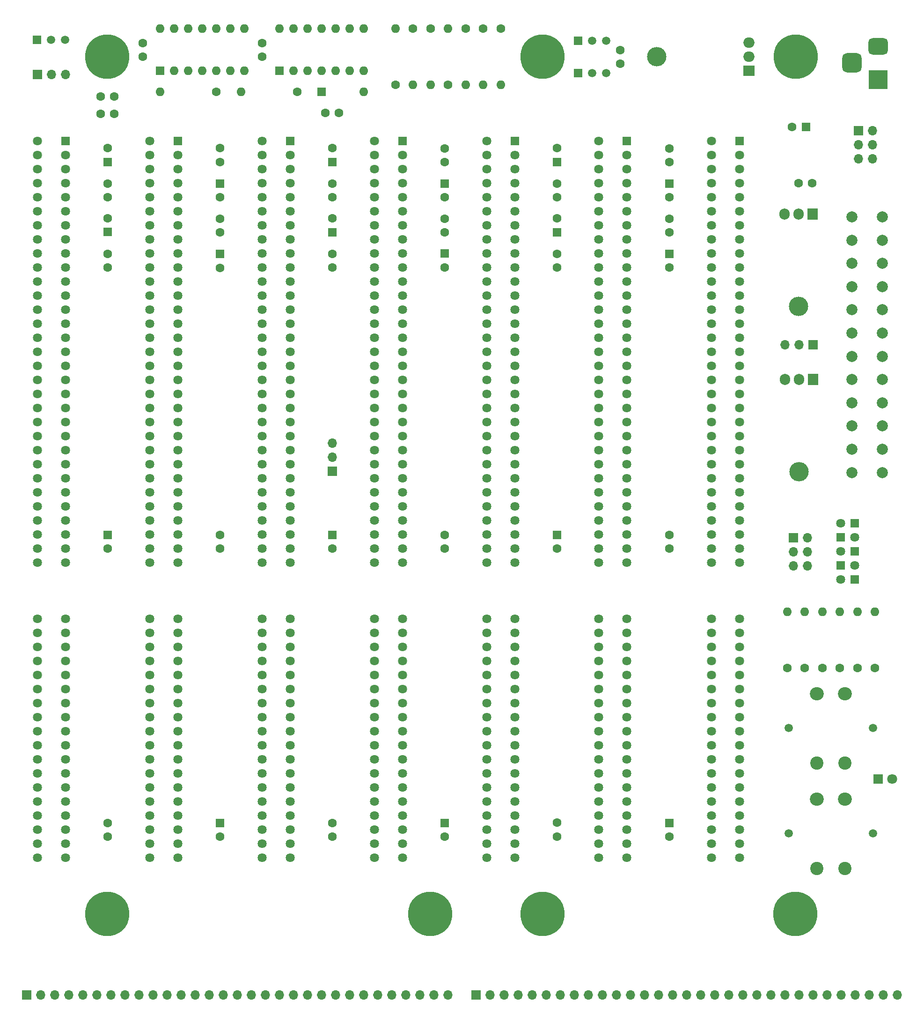
<source format=gts>
G04 #@! TF.GenerationSoftware,KiCad,Pcbnew,7.0.7*
G04 #@! TF.CreationDate,2023-08-26T15:29:19-04:00*
G04 #@! TF.ProjectId,1 - ATX 16 bit ISA passive backplane,31202d20-4154-4582-9031-362062697420,2*
G04 #@! TF.SameCoordinates,Original*
G04 #@! TF.FileFunction,Soldermask,Top*
G04 #@! TF.FilePolarity,Negative*
%FSLAX46Y46*%
G04 Gerber Fmt 4.6, Leading zero omitted, Abs format (unit mm)*
G04 Created by KiCad (PCBNEW 7.0.7) date 2023-08-26 15:29:19*
%MOMM*%
%LPD*%
G01*
G04 APERTURE LIST*
G04 Aperture macros list*
%AMRoundRect*
0 Rectangle with rounded corners*
0 $1 Rounding radius*
0 $2 $3 $4 $5 $6 $7 $8 $9 X,Y pos of 4 corners*
0 Add a 4 corners polygon primitive as box body*
4,1,4,$2,$3,$4,$5,$6,$7,$8,$9,$2,$3,0*
0 Add four circle primitives for the rounded corners*
1,1,$1+$1,$2,$3*
1,1,$1+$1,$4,$5*
1,1,$1+$1,$6,$7*
1,1,$1+$1,$8,$9*
0 Add four rect primitives between the rounded corners*
20,1,$1+$1,$2,$3,$4,$5,0*
20,1,$1+$1,$4,$5,$6,$7,0*
20,1,$1+$1,$6,$7,$8,$9,0*
20,1,$1+$1,$8,$9,$2,$3,0*%
G04 Aperture macros list end*
%ADD10C,1.600000*%
%ADD11O,1.600000X1.600000*%
%ADD12R,1.600000X1.600000*%
%ADD13R,1.635000X1.635000*%
%ADD14C,1.635000*%
%ADD15R,1.700000X1.700000*%
%ADD16O,1.700000X1.700000*%
%ADD17C,0.900000*%
%ADD18C,8.000000*%
%ADD19R,1.500000X1.500000*%
%ADD20C,1.500000*%
%ADD21C,0.001000*%
%ADD22C,2.000000*%
%ADD23R,1.800000X1.800000*%
%ADD24C,1.800000*%
%ADD25O,3.500000X3.500000*%
%ADD26R,1.905000X2.000000*%
%ADD27O,1.905000X2.000000*%
%ADD28R,2.000000X1.905000*%
%ADD29O,2.000000X1.905000*%
%ADD30O,2.500000X2.400000*%
%ADD31C,2.400000*%
%ADD32R,3.500000X3.500000*%
%ADD33RoundRect,0.750000X-1.000000X0.750000X-1.000000X-0.750000X1.000000X-0.750000X1.000000X0.750000X0*%
%ADD34RoundRect,0.875000X-0.875000X0.875000X-0.875000X-0.875000X0.875000X-0.875000X0.875000X0.875000X0*%
G04 APERTURE END LIST*
D10*
X91440000Y-20320000D03*
D11*
X91440000Y-30480000D03*
D12*
X67310000Y-27940000D03*
D11*
X69850000Y-27940000D03*
X72390000Y-27940000D03*
X74930000Y-27940000D03*
X77470000Y-27940000D03*
X80010000Y-27940000D03*
X82550000Y-27940000D03*
X82550000Y-20320000D03*
X80010000Y-20320000D03*
X77470000Y-20320000D03*
X74930000Y-20320000D03*
X72390000Y-20320000D03*
X69850000Y-20320000D03*
X67310000Y-20320000D03*
D10*
X161163000Y-48260000D03*
X163663000Y-48260000D03*
D13*
X171323000Y-114808000D03*
D14*
X168783000Y-114808000D03*
D15*
X76835000Y-100330000D03*
D16*
X76835000Y-97790000D03*
X76835000Y-95250000D03*
D17*
X91383400Y-180340000D03*
X92327981Y-178059581D03*
X92327981Y-182620419D03*
X94608400Y-177115000D03*
D18*
X94608400Y-180340000D03*
D17*
X94608400Y-183565000D03*
X96888819Y-178059581D03*
X96888819Y-182620419D03*
X97833400Y-180340000D03*
D12*
X97155000Y-60960000D03*
D10*
X97155000Y-63460000D03*
D17*
X157430000Y-25400000D03*
X158374581Y-23119581D03*
X158374581Y-27680419D03*
X160655000Y-22175000D03*
D18*
X160655000Y-25400000D03*
D17*
X160655000Y-28625000D03*
X162935419Y-23119581D03*
X162935419Y-27680419D03*
X163880000Y-25400000D03*
D10*
X56515000Y-111780000D03*
X56515000Y-114280000D03*
D19*
X121285000Y-28295000D03*
D20*
X123825000Y-28295000D03*
X126365000Y-28295000D03*
D21*
X175855000Y-105220000D03*
D22*
X170815000Y-100520000D03*
X170815000Y-96320000D03*
X170815000Y-92120000D03*
X170815000Y-87920000D03*
X170815000Y-83720000D03*
X170815000Y-79520000D03*
X170815000Y-75320000D03*
X170815000Y-71120000D03*
X170815000Y-66920000D03*
X170815000Y-62720000D03*
X170815000Y-58520000D03*
X170815000Y-54320000D03*
X176315000Y-100520000D03*
X176315000Y-96320000D03*
X176315000Y-92120000D03*
X176315000Y-87920000D03*
X176315000Y-83720000D03*
X176315000Y-79520000D03*
X176315000Y-75320000D03*
X176315000Y-71120000D03*
X176315000Y-66920000D03*
X176315000Y-62720000D03*
X176315000Y-58520000D03*
X176315000Y-54320000D03*
D10*
X88265000Y-30480000D03*
D11*
X88265000Y-20320000D03*
D17*
X111703400Y-25400000D03*
X112647981Y-23119581D03*
X112647981Y-27680419D03*
X114928400Y-22175000D03*
D18*
X114928400Y-25400000D03*
D17*
X114928400Y-28625000D03*
X117208819Y-23119581D03*
X117208819Y-27680419D03*
X118153400Y-25400000D03*
D23*
X175636000Y-155956000D03*
D24*
X178176000Y-155956000D03*
D12*
X162520000Y-38100000D03*
D10*
X160020000Y-38100000D03*
D12*
X36195000Y-44410000D03*
D10*
X36195000Y-41910000D03*
D12*
X56515000Y-163870000D03*
D10*
X56515000Y-166370000D03*
D12*
X76835000Y-44410000D03*
D10*
X76835000Y-41910000D03*
X36195000Y-163850000D03*
X36195000Y-166350000D03*
D12*
X56515000Y-61047600D03*
D10*
X56515000Y-63547600D03*
D17*
X157423400Y-180340000D03*
X158367981Y-178059581D03*
X158367981Y-182620419D03*
X160648400Y-177115000D03*
D18*
X160648400Y-180340000D03*
D17*
X160648400Y-183565000D03*
X162928819Y-178059581D03*
X162928819Y-182620419D03*
X163873400Y-180340000D03*
D10*
X117475000Y-163830000D03*
X117475000Y-166330000D03*
X42545000Y-22880000D03*
X42545000Y-25380000D03*
D12*
X117475000Y-111800000D03*
D10*
X117475000Y-114300000D03*
D12*
X36195000Y-111800000D03*
D10*
X36195000Y-114300000D03*
X56515000Y-54630000D03*
X56515000Y-57130000D03*
D13*
X89535000Y-40640000D03*
D14*
X89535000Y-43180000D03*
X89535000Y-45720000D03*
X89535000Y-48260000D03*
X89535000Y-50800000D03*
X89535000Y-53340000D03*
X89535000Y-55880000D03*
X89535000Y-58420000D03*
X89535000Y-60960000D03*
X89535000Y-63500000D03*
X89535000Y-66040000D03*
X89535000Y-68580000D03*
X89535000Y-71120000D03*
X89535000Y-73660000D03*
X89535000Y-76200000D03*
X89535000Y-78740000D03*
X89535000Y-81280000D03*
X89535000Y-83820000D03*
X89535000Y-86360000D03*
X89535000Y-88900000D03*
X89535000Y-91440000D03*
X89535000Y-93980000D03*
X89535000Y-96520000D03*
X89535000Y-99060000D03*
X89535000Y-101600000D03*
X89535000Y-104140000D03*
X89535000Y-106680000D03*
X89535000Y-109220000D03*
X89535000Y-111760000D03*
X89535000Y-114300000D03*
X89535000Y-116840000D03*
X84455000Y-40640000D03*
X84455000Y-43180000D03*
X84455000Y-45720000D03*
X84455000Y-48260000D03*
X84455000Y-50800000D03*
X84455000Y-53340000D03*
X84455000Y-55880000D03*
X84455000Y-58420000D03*
X84455000Y-60960000D03*
X84455000Y-63500000D03*
X84455000Y-66040000D03*
X84455000Y-68580000D03*
X84455000Y-71120000D03*
X84455000Y-73660000D03*
X84455000Y-76200000D03*
X84455000Y-78740000D03*
X84455000Y-81280000D03*
X84455000Y-83820000D03*
X84455000Y-86360000D03*
X84455000Y-88900000D03*
X84455000Y-91440000D03*
X84455000Y-93980000D03*
X84455000Y-96520000D03*
X84455000Y-99060000D03*
X84455000Y-101600000D03*
X84455000Y-104140000D03*
X84455000Y-106680000D03*
X84455000Y-109220000D03*
X84455000Y-111760000D03*
X84455000Y-114300000D03*
X84455000Y-116840000D03*
X89535000Y-127000000D03*
X89535000Y-129540000D03*
X89535000Y-132080000D03*
X89535000Y-134620000D03*
X89535000Y-137160000D03*
X89535000Y-139700000D03*
X89535000Y-142240000D03*
X89535000Y-144780000D03*
X89535000Y-147320000D03*
X89535000Y-149860000D03*
X89535000Y-152400000D03*
X89535000Y-154940000D03*
X89535000Y-157480000D03*
X89535000Y-160020000D03*
X89535000Y-162560000D03*
X89535000Y-165100000D03*
X89535000Y-167640000D03*
X89535000Y-170180000D03*
X84455000Y-127000000D03*
X84455000Y-129540000D03*
X84455000Y-132080000D03*
X84455000Y-134620000D03*
X84455000Y-137160000D03*
X84455000Y-139700000D03*
X84455000Y-142240000D03*
X84455000Y-144780000D03*
X84455000Y-147320000D03*
X84455000Y-149860000D03*
X84455000Y-152400000D03*
X84455000Y-154940000D03*
X84455000Y-157480000D03*
X84455000Y-160020000D03*
X84455000Y-162560000D03*
X84455000Y-165100000D03*
X84455000Y-167640000D03*
X84455000Y-170180000D03*
D10*
X36195000Y-48280000D03*
X36195000Y-50780000D03*
X76835000Y-163850000D03*
X76835000Y-166350000D03*
D19*
X121285000Y-22505000D03*
D20*
X123825000Y-22505000D03*
X126365000Y-22505000D03*
D10*
X70485000Y-31750000D03*
D11*
X60325000Y-31750000D03*
D10*
X56515000Y-44410000D03*
X56515000Y-41910000D03*
D13*
X168783000Y-117348000D03*
D14*
X171323000Y-117348000D03*
D25*
X161290000Y-100394000D03*
D26*
X163830000Y-83734000D03*
D27*
X161290000Y-83734000D03*
X158750000Y-83734000D03*
D15*
X23495000Y-28575000D03*
D16*
X26035000Y-28575000D03*
X28575000Y-28575000D03*
D15*
X172080000Y-38735000D03*
D16*
X174620000Y-38735000D03*
X172080000Y-41275000D03*
X174620000Y-41275000D03*
X172080000Y-43815000D03*
X174620000Y-43815000D03*
D17*
X111703400Y-180340000D03*
X112647981Y-178059581D03*
X112647981Y-182620419D03*
X114928400Y-177115000D03*
D18*
X114928400Y-180340000D03*
D17*
X114928400Y-183565000D03*
X117208819Y-178059581D03*
X117208819Y-182620419D03*
X118153400Y-180340000D03*
D19*
X23485000Y-22294000D03*
D20*
X26025000Y-22294000D03*
X28565000Y-22294000D03*
D25*
X135572000Y-25400000D03*
D28*
X152232000Y-27940000D03*
D29*
X152232000Y-25400000D03*
X152232000Y-22860000D03*
D10*
X128905000Y-26670000D03*
X128905000Y-24170000D03*
X107315000Y-20320000D03*
D11*
X107315000Y-30480000D03*
D13*
X171323000Y-109728000D03*
D14*
X168783000Y-109728000D03*
D12*
X137795000Y-61000000D03*
D10*
X137795000Y-63500000D03*
X100965000Y-20320000D03*
D11*
X100965000Y-30480000D03*
D13*
X150495000Y-40640000D03*
D14*
X150495000Y-43180000D03*
X150495000Y-45720000D03*
X150495000Y-48260000D03*
X150495000Y-50800000D03*
X150495000Y-53340000D03*
X150495000Y-55880000D03*
X150495000Y-58420000D03*
X150495000Y-60960000D03*
X150495000Y-63500000D03*
X150495000Y-66040000D03*
X150495000Y-68580000D03*
X150495000Y-71120000D03*
X150495000Y-73660000D03*
X150495000Y-76200000D03*
X150495000Y-78740000D03*
X150495000Y-81280000D03*
X150495000Y-83820000D03*
X150495000Y-86360000D03*
X150495000Y-88900000D03*
X150495000Y-91440000D03*
X150495000Y-93980000D03*
X150495000Y-96520000D03*
X150495000Y-99060000D03*
X150495000Y-101600000D03*
X150495000Y-104140000D03*
X150495000Y-106680000D03*
X150495000Y-109220000D03*
X150495000Y-111760000D03*
X150495000Y-114300000D03*
X150495000Y-116840000D03*
X145415000Y-40640000D03*
X145415000Y-43180000D03*
X145415000Y-45720000D03*
X145415000Y-48260000D03*
X145415000Y-50800000D03*
X145415000Y-53340000D03*
X145415000Y-55880000D03*
X145415000Y-58420000D03*
X145415000Y-60960000D03*
X145415000Y-63500000D03*
X145415000Y-66040000D03*
X145415000Y-68580000D03*
X145415000Y-71120000D03*
X145415000Y-73660000D03*
X145415000Y-76200000D03*
X145415000Y-78740000D03*
X145415000Y-81280000D03*
X145415000Y-83820000D03*
X145415000Y-86360000D03*
X145415000Y-88900000D03*
X145415000Y-91440000D03*
X145415000Y-93980000D03*
X145415000Y-96520000D03*
X145415000Y-99060000D03*
X145415000Y-101600000D03*
X145415000Y-104140000D03*
X145415000Y-106680000D03*
X145415000Y-109220000D03*
X145415000Y-111760000D03*
X145415000Y-114300000D03*
X145415000Y-116840000D03*
X150495000Y-127000000D03*
X150495000Y-129540000D03*
X150495000Y-132080000D03*
X150495000Y-134620000D03*
X150495000Y-137160000D03*
X150495000Y-139700000D03*
X150495000Y-142240000D03*
X150495000Y-144780000D03*
X150495000Y-147320000D03*
X150495000Y-149860000D03*
X150495000Y-152400000D03*
X150495000Y-154940000D03*
X150495000Y-157480000D03*
X150495000Y-160020000D03*
X150495000Y-162560000D03*
X150495000Y-165100000D03*
X150495000Y-167640000D03*
X150495000Y-170180000D03*
X145415000Y-127000000D03*
X145415000Y-129540000D03*
X145415000Y-132080000D03*
X145415000Y-134620000D03*
X145415000Y-137160000D03*
X145415000Y-139700000D03*
X145415000Y-142240000D03*
X145415000Y-144780000D03*
X145415000Y-147320000D03*
X145415000Y-149860000D03*
X145415000Y-152400000D03*
X145415000Y-154940000D03*
X145415000Y-157480000D03*
X145415000Y-160020000D03*
X145415000Y-162560000D03*
X145415000Y-165100000D03*
X145415000Y-167640000D03*
X145415000Y-170180000D03*
D13*
X48895000Y-40640000D03*
D14*
X48895000Y-43180000D03*
X48895000Y-45720000D03*
X48895000Y-48260000D03*
X48895000Y-50800000D03*
X48895000Y-53340000D03*
X48895000Y-55880000D03*
X48895000Y-58420000D03*
X48895000Y-60960000D03*
X48895000Y-63500000D03*
X48895000Y-66040000D03*
X48895000Y-68580000D03*
X48895000Y-71120000D03*
X48895000Y-73660000D03*
X48895000Y-76200000D03*
X48895000Y-78740000D03*
X48895000Y-81280000D03*
X48895000Y-83820000D03*
X48895000Y-86360000D03*
X48895000Y-88900000D03*
X48895000Y-91440000D03*
X48895000Y-93980000D03*
X48895000Y-96520000D03*
X48895000Y-99060000D03*
X48895000Y-101600000D03*
X48895000Y-104140000D03*
X48895000Y-106680000D03*
X48895000Y-109220000D03*
X48895000Y-111760000D03*
X48895000Y-114300000D03*
X48895000Y-116840000D03*
X43815000Y-40640000D03*
X43815000Y-43180000D03*
X43815000Y-45720000D03*
X43815000Y-48260000D03*
X43815000Y-50800000D03*
X43815000Y-53340000D03*
X43815000Y-55880000D03*
X43815000Y-58420000D03*
X43815000Y-60960000D03*
X43815000Y-63500000D03*
X43815000Y-66040000D03*
X43815000Y-68580000D03*
X43815000Y-71120000D03*
X43815000Y-73660000D03*
X43815000Y-76200000D03*
X43815000Y-78740000D03*
X43815000Y-81280000D03*
X43815000Y-83820000D03*
X43815000Y-86360000D03*
X43815000Y-88900000D03*
X43815000Y-91440000D03*
X43815000Y-93980000D03*
X43815000Y-96520000D03*
X43815000Y-99060000D03*
X43815000Y-101600000D03*
X43815000Y-104140000D03*
X43815000Y-106680000D03*
X43815000Y-109220000D03*
X43815000Y-111760000D03*
X43815000Y-114300000D03*
X43815000Y-116840000D03*
X48895000Y-127000000D03*
X48895000Y-129540000D03*
X48895000Y-132080000D03*
X48895000Y-134620000D03*
X48895000Y-137160000D03*
X48895000Y-139700000D03*
X48895000Y-142240000D03*
X48895000Y-144780000D03*
X48895000Y-147320000D03*
X48895000Y-149860000D03*
X48895000Y-152400000D03*
X48895000Y-154940000D03*
X48895000Y-157480000D03*
X48895000Y-160020000D03*
X48895000Y-162560000D03*
X48895000Y-165100000D03*
X48895000Y-167640000D03*
X48895000Y-170180000D03*
X43815000Y-127000000D03*
X43815000Y-129540000D03*
X43815000Y-132080000D03*
X43815000Y-134620000D03*
X43815000Y-137160000D03*
X43815000Y-139700000D03*
X43815000Y-142240000D03*
X43815000Y-144780000D03*
X43815000Y-147320000D03*
X43815000Y-149860000D03*
X43815000Y-152400000D03*
X43815000Y-154940000D03*
X43815000Y-157480000D03*
X43815000Y-160020000D03*
X43815000Y-162560000D03*
X43815000Y-165100000D03*
X43815000Y-167640000D03*
X43815000Y-170180000D03*
D30*
X164545000Y-140535000D03*
D31*
X164545000Y-153035000D03*
D30*
X169545000Y-140535000D03*
D31*
X169545000Y-153035000D03*
D20*
X174705000Y-146685000D03*
X159465000Y-146685000D03*
D10*
X64135000Y-22880000D03*
X64135000Y-25380000D03*
D12*
X76835000Y-57110000D03*
D10*
X76835000Y-54610000D03*
D13*
X130168400Y-40640000D03*
D14*
X130168400Y-43180000D03*
X130168400Y-45720000D03*
X130168400Y-48260000D03*
X130168400Y-50800000D03*
X130168400Y-53340000D03*
X130168400Y-55880000D03*
X130168400Y-58420000D03*
X130168400Y-60960000D03*
X130168400Y-63500000D03*
X130168400Y-66040000D03*
X130168400Y-68580000D03*
X130168400Y-71120000D03*
X130168400Y-73660000D03*
X130168400Y-76200000D03*
X130168400Y-78740000D03*
X130168400Y-81280000D03*
X130168400Y-83820000D03*
X130168400Y-86360000D03*
X130168400Y-88900000D03*
X130168400Y-91440000D03*
X130168400Y-93980000D03*
X130168400Y-96520000D03*
X130168400Y-99060000D03*
X130168400Y-101600000D03*
X130168400Y-104140000D03*
X130168400Y-106680000D03*
X130168400Y-109220000D03*
X130168400Y-111760000D03*
X130168400Y-114300000D03*
X130168400Y-116840000D03*
X125088400Y-40640000D03*
X125088400Y-43180000D03*
X125088400Y-45720000D03*
X125088400Y-48260000D03*
X125088400Y-50800000D03*
X125088400Y-53340000D03*
X125088400Y-55880000D03*
X125088400Y-58420000D03*
X125088400Y-60960000D03*
X125088400Y-63500000D03*
X125088400Y-66040000D03*
X125088400Y-68580000D03*
X125088400Y-71120000D03*
X125088400Y-73660000D03*
X125088400Y-76200000D03*
X125088400Y-78740000D03*
X125088400Y-81280000D03*
X125088400Y-83820000D03*
X125088400Y-86360000D03*
X125088400Y-88900000D03*
X125088400Y-91440000D03*
X125088400Y-93980000D03*
X125088400Y-96520000D03*
X125088400Y-99060000D03*
X125088400Y-101600000D03*
X125088400Y-104140000D03*
X125088400Y-106680000D03*
X125088400Y-109220000D03*
X125088400Y-111760000D03*
X125088400Y-114300000D03*
X125088400Y-116840000D03*
X130168400Y-127000000D03*
X130168400Y-129540000D03*
X130168400Y-132080000D03*
X130168400Y-134620000D03*
X130168400Y-137160000D03*
X130168400Y-139700000D03*
X130168400Y-142240000D03*
X130168400Y-144780000D03*
X130168400Y-147320000D03*
X130168400Y-149860000D03*
X130168400Y-152400000D03*
X130168400Y-154940000D03*
X130168400Y-157480000D03*
X130168400Y-160020000D03*
X130168400Y-162560000D03*
X130168400Y-165100000D03*
X130168400Y-167640000D03*
X130168400Y-170180000D03*
X125088400Y-127000000D03*
X125088400Y-129540000D03*
X125088400Y-132080000D03*
X125088400Y-134620000D03*
X125088400Y-137160000D03*
X125088400Y-139700000D03*
X125088400Y-142240000D03*
X125088400Y-144780000D03*
X125088400Y-147320000D03*
X125088400Y-149860000D03*
X125088400Y-152400000D03*
X125088400Y-154940000D03*
X125088400Y-157480000D03*
X125088400Y-160020000D03*
X125088400Y-162560000D03*
X125088400Y-165100000D03*
X125088400Y-167640000D03*
X125088400Y-170180000D03*
D10*
X159131000Y-135890000D03*
D11*
X159131000Y-125730000D03*
D10*
X165481000Y-135890000D03*
D11*
X165481000Y-125730000D03*
D13*
X28575000Y-40640000D03*
D14*
X28575000Y-43180000D03*
X28575000Y-45720000D03*
X28575000Y-48260000D03*
X28575000Y-50800000D03*
X28575000Y-53340000D03*
X28575000Y-55880000D03*
X28575000Y-58420000D03*
X28575000Y-60960000D03*
X28575000Y-63500000D03*
X28575000Y-66040000D03*
X28575000Y-68580000D03*
X28575000Y-71120000D03*
X28575000Y-73660000D03*
X28575000Y-76200000D03*
X28575000Y-78740000D03*
X28575000Y-81280000D03*
X28575000Y-83820000D03*
X28575000Y-86360000D03*
X28575000Y-88900000D03*
X28575000Y-91440000D03*
X28575000Y-93980000D03*
X28575000Y-96520000D03*
X28575000Y-99060000D03*
X28575000Y-101600000D03*
X28575000Y-104140000D03*
X28575000Y-106680000D03*
X28575000Y-109220000D03*
X28575000Y-111760000D03*
X28575000Y-114300000D03*
X28575000Y-116840000D03*
X23495000Y-40640000D03*
X23495000Y-43180000D03*
X23495000Y-45720000D03*
X23495000Y-48260000D03*
X23495000Y-50800000D03*
X23495000Y-53340000D03*
X23495000Y-55880000D03*
X23495000Y-58420000D03*
X23495000Y-60960000D03*
X23495000Y-63500000D03*
X23495000Y-66040000D03*
X23495000Y-68580000D03*
X23495000Y-71120000D03*
X23495000Y-73660000D03*
X23495000Y-76200000D03*
X23495000Y-78740000D03*
X23495000Y-81280000D03*
X23495000Y-83820000D03*
X23495000Y-86360000D03*
X23495000Y-88900000D03*
X23495000Y-91440000D03*
X23495000Y-93980000D03*
X23495000Y-96520000D03*
X23495000Y-99060000D03*
X23495000Y-101600000D03*
X23495000Y-104140000D03*
X23495000Y-106680000D03*
X23495000Y-109220000D03*
X23495000Y-111760000D03*
X23495000Y-114300000D03*
X23495000Y-116840000D03*
X28575000Y-127000000D03*
X28575000Y-129540000D03*
X28575000Y-132080000D03*
X28575000Y-134620000D03*
X28575000Y-137160000D03*
X28575000Y-139700000D03*
X28575000Y-142240000D03*
X28575000Y-144780000D03*
X28575000Y-147320000D03*
X28575000Y-149860000D03*
X28575000Y-152400000D03*
X28575000Y-154940000D03*
X28575000Y-157480000D03*
X28575000Y-160020000D03*
X28575000Y-162560000D03*
X28575000Y-165100000D03*
X28575000Y-167640000D03*
X28575000Y-170180000D03*
X23495000Y-127000000D03*
X23495000Y-129540000D03*
X23495000Y-132080000D03*
X23495000Y-134620000D03*
X23495000Y-137160000D03*
X23495000Y-139700000D03*
X23495000Y-142240000D03*
X23495000Y-144780000D03*
X23495000Y-147320000D03*
X23495000Y-149860000D03*
X23495000Y-152400000D03*
X23495000Y-154940000D03*
X23495000Y-157480000D03*
X23495000Y-160020000D03*
X23495000Y-162560000D03*
X23495000Y-165100000D03*
X23495000Y-167640000D03*
X23495000Y-170180000D03*
D12*
X117475000Y-57110000D03*
D10*
X117475000Y-54610000D03*
D30*
X164545000Y-159585000D03*
D31*
X164545000Y-172085000D03*
D30*
X169545000Y-159585000D03*
D31*
X169545000Y-172085000D03*
D20*
X174705000Y-165735000D03*
X159465000Y-165735000D03*
D10*
X75585000Y-35560000D03*
X78085000Y-35560000D03*
X76835000Y-48300000D03*
X76835000Y-50800000D03*
X137795000Y-54630000D03*
X137795000Y-57130000D03*
D12*
X74930000Y-31750000D03*
D11*
X82550000Y-31750000D03*
D10*
X37445000Y-32537000D03*
X34945000Y-32537000D03*
D17*
X32963400Y-180340000D03*
X33907981Y-178059581D03*
X33907981Y-182620419D03*
X36188400Y-177115000D03*
D18*
X36188400Y-180340000D03*
D17*
X36188400Y-183565000D03*
X38468819Y-178059581D03*
X38468819Y-182620419D03*
X39413400Y-180340000D03*
D10*
X97155000Y-54630000D03*
X97155000Y-57130000D03*
X37445000Y-35687000D03*
X34945000Y-35687000D03*
X117475000Y-48300000D03*
X117475000Y-50800000D03*
D15*
X21590000Y-194945000D03*
D16*
X24130000Y-194945000D03*
X26670000Y-194945000D03*
X29210000Y-194945000D03*
X31750000Y-194945000D03*
X34290000Y-194945000D03*
X36830000Y-194945000D03*
X39370000Y-194945000D03*
X41910000Y-194945000D03*
X44450000Y-194945000D03*
X46990000Y-194945000D03*
X49530000Y-194945000D03*
X52070000Y-194945000D03*
X54610000Y-194945000D03*
X57150000Y-194945000D03*
X59690000Y-194945000D03*
X62230000Y-194945000D03*
X64770000Y-194945000D03*
X67310000Y-194945000D03*
X69850000Y-194945000D03*
X72390000Y-194945000D03*
X74930000Y-194945000D03*
X77470000Y-194945000D03*
X80010000Y-194945000D03*
X82550000Y-194945000D03*
X85090000Y-194945000D03*
X87630000Y-194945000D03*
X90170000Y-194945000D03*
X92710000Y-194945000D03*
X95250000Y-194945000D03*
X97790000Y-194945000D03*
D10*
X76835000Y-60980000D03*
X76835000Y-63480000D03*
X175006000Y-135890000D03*
D11*
X175006000Y-125730000D03*
D10*
X117475000Y-60980000D03*
X117475000Y-63480000D03*
D17*
X32963400Y-25400000D03*
X33907981Y-23119581D03*
X33907981Y-27680419D03*
X36188400Y-22175000D03*
D18*
X36188400Y-25400000D03*
D17*
X36188400Y-28625000D03*
X38468819Y-23119581D03*
X38468819Y-27680419D03*
X39413400Y-25400000D03*
D10*
X104140000Y-20320000D03*
D11*
X104140000Y-30480000D03*
D15*
X102870000Y-194945000D03*
D16*
X105410000Y-194945000D03*
X107950000Y-194945000D03*
X110490000Y-194945000D03*
X113030000Y-194945000D03*
X115570000Y-194945000D03*
X118110000Y-194945000D03*
X120650000Y-194945000D03*
X123190000Y-194945000D03*
X125730000Y-194945000D03*
X128270000Y-194945000D03*
X130810000Y-194945000D03*
X133350000Y-194945000D03*
X135890000Y-194945000D03*
X138430000Y-194945000D03*
X140970000Y-194945000D03*
X143510000Y-194945000D03*
X146050000Y-194945000D03*
X148590000Y-194945000D03*
X151130000Y-194945000D03*
X153670000Y-194945000D03*
X156210000Y-194945000D03*
X158750000Y-194945000D03*
X161290000Y-194945000D03*
X163830000Y-194945000D03*
X166370000Y-194945000D03*
X168910000Y-194945000D03*
X171450000Y-194945000D03*
X173990000Y-194945000D03*
X176530000Y-194945000D03*
X179070000Y-194945000D03*
D10*
X137795000Y-44430000D03*
X137795000Y-41930000D03*
X162306000Y-135890000D03*
D11*
X162306000Y-125730000D03*
D12*
X97155000Y-48300000D03*
D10*
X97155000Y-50800000D03*
D12*
X97155000Y-163870000D03*
D10*
X97155000Y-166370000D03*
X97790000Y-30480000D03*
D11*
X97790000Y-20320000D03*
D12*
X76835000Y-111800000D03*
D10*
X76835000Y-114300000D03*
D12*
X36195000Y-57062400D03*
D10*
X36195000Y-54562400D03*
D12*
X45720000Y-27940000D03*
D11*
X48260000Y-27940000D03*
X50800000Y-27940000D03*
X53340000Y-27940000D03*
X55880000Y-27940000D03*
X58420000Y-27940000D03*
X60960000Y-27940000D03*
X60960000Y-20320000D03*
X58420000Y-20320000D03*
X55880000Y-20320000D03*
X53340000Y-20320000D03*
X50800000Y-20320000D03*
X48260000Y-20320000D03*
X45720000Y-20320000D03*
D13*
X69215000Y-40640000D03*
D14*
X69215000Y-43180000D03*
X69215000Y-45720000D03*
X69215000Y-48260000D03*
X69215000Y-50800000D03*
X69215000Y-53340000D03*
X69215000Y-55880000D03*
X69215000Y-58420000D03*
X69215000Y-60960000D03*
X69215000Y-63500000D03*
X69215000Y-66040000D03*
X69215000Y-68580000D03*
X69215000Y-71120000D03*
X69215000Y-73660000D03*
X69215000Y-76200000D03*
X69215000Y-78740000D03*
X69215000Y-81280000D03*
X69215000Y-83820000D03*
X69215000Y-86360000D03*
X69215000Y-88900000D03*
X69215000Y-91440000D03*
X69215000Y-93980000D03*
X69215000Y-96520000D03*
X69215000Y-99060000D03*
X69215000Y-101600000D03*
X69215000Y-104140000D03*
X69215000Y-106680000D03*
X69215000Y-109220000D03*
X69215000Y-111760000D03*
X69215000Y-114300000D03*
X69215000Y-116840000D03*
X64135000Y-40640000D03*
X64135000Y-43180000D03*
X64135000Y-45720000D03*
X64135000Y-48260000D03*
X64135000Y-50800000D03*
X64135000Y-53340000D03*
X64135000Y-55880000D03*
X64135000Y-58420000D03*
X64135000Y-60960000D03*
X64135000Y-63500000D03*
X64135000Y-66040000D03*
X64135000Y-68580000D03*
X64135000Y-71120000D03*
X64135000Y-73660000D03*
X64135000Y-76200000D03*
X64135000Y-78740000D03*
X64135000Y-81280000D03*
X64135000Y-83820000D03*
X64135000Y-86360000D03*
X64135000Y-88900000D03*
X64135000Y-91440000D03*
X64135000Y-93980000D03*
X64135000Y-96520000D03*
X64135000Y-99060000D03*
X64135000Y-101600000D03*
X64135000Y-104140000D03*
X64135000Y-106680000D03*
X64135000Y-109220000D03*
X64135000Y-111760000D03*
X64135000Y-114300000D03*
X64135000Y-116840000D03*
X69215000Y-127000000D03*
X69215000Y-129540000D03*
X69215000Y-132080000D03*
X69215000Y-134620000D03*
X69215000Y-137160000D03*
X69215000Y-139700000D03*
X69215000Y-142240000D03*
X69215000Y-144780000D03*
X69215000Y-147320000D03*
X69215000Y-149860000D03*
X69215000Y-152400000D03*
X69215000Y-154940000D03*
X69215000Y-157480000D03*
X69215000Y-160020000D03*
X69215000Y-162560000D03*
X69215000Y-165100000D03*
X69215000Y-167640000D03*
X69215000Y-170180000D03*
X64135000Y-127000000D03*
X64135000Y-129540000D03*
X64135000Y-132080000D03*
X64135000Y-134620000D03*
X64135000Y-137160000D03*
X64135000Y-139700000D03*
X64135000Y-142240000D03*
X64135000Y-144780000D03*
X64135000Y-147320000D03*
X64135000Y-149860000D03*
X64135000Y-152400000D03*
X64135000Y-154940000D03*
X64135000Y-157480000D03*
X64135000Y-160020000D03*
X64135000Y-162560000D03*
X64135000Y-165100000D03*
X64135000Y-167640000D03*
X64135000Y-170180000D03*
D10*
X137795000Y-111780000D03*
X137795000Y-114280000D03*
X171831000Y-135890000D03*
D11*
X171831000Y-125730000D03*
D10*
X55880000Y-31750000D03*
D11*
X45720000Y-31750000D03*
D10*
X97155000Y-111780000D03*
X97155000Y-114280000D03*
X97155000Y-44450000D03*
X97155000Y-41950000D03*
D13*
X109855000Y-40640000D03*
D14*
X109855000Y-43180000D03*
X109855000Y-45720000D03*
X109855000Y-48260000D03*
X109855000Y-50800000D03*
X109855000Y-53340000D03*
X109855000Y-55880000D03*
X109855000Y-58420000D03*
X109855000Y-60960000D03*
X109855000Y-63500000D03*
X109855000Y-66040000D03*
X109855000Y-68580000D03*
X109855000Y-71120000D03*
X109855000Y-73660000D03*
X109855000Y-76200000D03*
X109855000Y-78740000D03*
X109855000Y-81280000D03*
X109855000Y-83820000D03*
X109855000Y-86360000D03*
X109855000Y-88900000D03*
X109855000Y-91440000D03*
X109855000Y-93980000D03*
X109855000Y-96520000D03*
X109855000Y-99060000D03*
X109855000Y-101600000D03*
X109855000Y-104140000D03*
X109855000Y-106680000D03*
X109855000Y-109220000D03*
X109855000Y-111760000D03*
X109855000Y-114300000D03*
X109855000Y-116840000D03*
X104775000Y-40640000D03*
X104775000Y-43180000D03*
X104775000Y-45720000D03*
X104775000Y-48260000D03*
X104775000Y-50800000D03*
X104775000Y-53340000D03*
X104775000Y-55880000D03*
X104775000Y-58420000D03*
X104775000Y-60960000D03*
X104775000Y-63500000D03*
X104775000Y-66040000D03*
X104775000Y-68580000D03*
X104775000Y-71120000D03*
X104775000Y-73660000D03*
X104775000Y-76200000D03*
X104775000Y-78740000D03*
X104775000Y-81280000D03*
X104775000Y-83820000D03*
X104775000Y-86360000D03*
X104775000Y-88900000D03*
X104775000Y-91440000D03*
X104775000Y-93980000D03*
X104775000Y-96520000D03*
X104775000Y-99060000D03*
X104775000Y-101600000D03*
X104775000Y-104140000D03*
X104775000Y-106680000D03*
X104775000Y-109220000D03*
X104775000Y-111760000D03*
X104775000Y-114300000D03*
X104775000Y-116840000D03*
X109855000Y-127000000D03*
X109855000Y-129540000D03*
X109855000Y-132080000D03*
X109855000Y-134620000D03*
X109855000Y-137160000D03*
X109855000Y-139700000D03*
X109855000Y-142240000D03*
X109855000Y-144780000D03*
X109855000Y-147320000D03*
X109855000Y-149860000D03*
X109855000Y-152400000D03*
X109855000Y-154940000D03*
X109855000Y-157480000D03*
X109855000Y-160020000D03*
X109855000Y-162560000D03*
X109855000Y-165100000D03*
X109855000Y-167640000D03*
X109855000Y-170180000D03*
X104775000Y-127000000D03*
X104775000Y-129540000D03*
X104775000Y-132080000D03*
X104775000Y-134620000D03*
X104775000Y-137160000D03*
X104775000Y-139700000D03*
X104775000Y-142240000D03*
X104775000Y-144780000D03*
X104775000Y-147320000D03*
X104775000Y-149860000D03*
X104775000Y-152400000D03*
X104775000Y-154940000D03*
X104775000Y-157480000D03*
X104775000Y-160020000D03*
X104775000Y-162560000D03*
X104775000Y-165100000D03*
X104775000Y-167640000D03*
X104775000Y-170180000D03*
D12*
X137795000Y-48300000D03*
D10*
X137795000Y-50800000D03*
D12*
X117475000Y-44410000D03*
D10*
X117475000Y-41910000D03*
X94615000Y-20320000D03*
D11*
X94615000Y-30480000D03*
D10*
X36195000Y-60980000D03*
X36195000Y-63480000D03*
D15*
X163830000Y-77470000D03*
D16*
X161290000Y-77470000D03*
X158750000Y-77470000D03*
D12*
X137795000Y-163870000D03*
D10*
X137795000Y-166370000D03*
D13*
X168783000Y-112268000D03*
D14*
X171323000Y-112268000D03*
D25*
X161163000Y-70485000D03*
D26*
X163703000Y-53825000D03*
D27*
X161163000Y-53825000D03*
X158623000Y-53825000D03*
D13*
X171323000Y-119888000D03*
D14*
X168783000Y-119888000D03*
D12*
X56515000Y-48300000D03*
D10*
X56515000Y-50800000D03*
X168656000Y-135890000D03*
D11*
X168656000Y-125730000D03*
D32*
X175582500Y-29495000D03*
D33*
X175582500Y-23495000D03*
D34*
X170882500Y-26495000D03*
D15*
X160269000Y-112283000D03*
D16*
X162809000Y-112283000D03*
X160269000Y-114823000D03*
X162809000Y-114823000D03*
X160269000Y-117363000D03*
X162809000Y-117363000D03*
M02*

</source>
